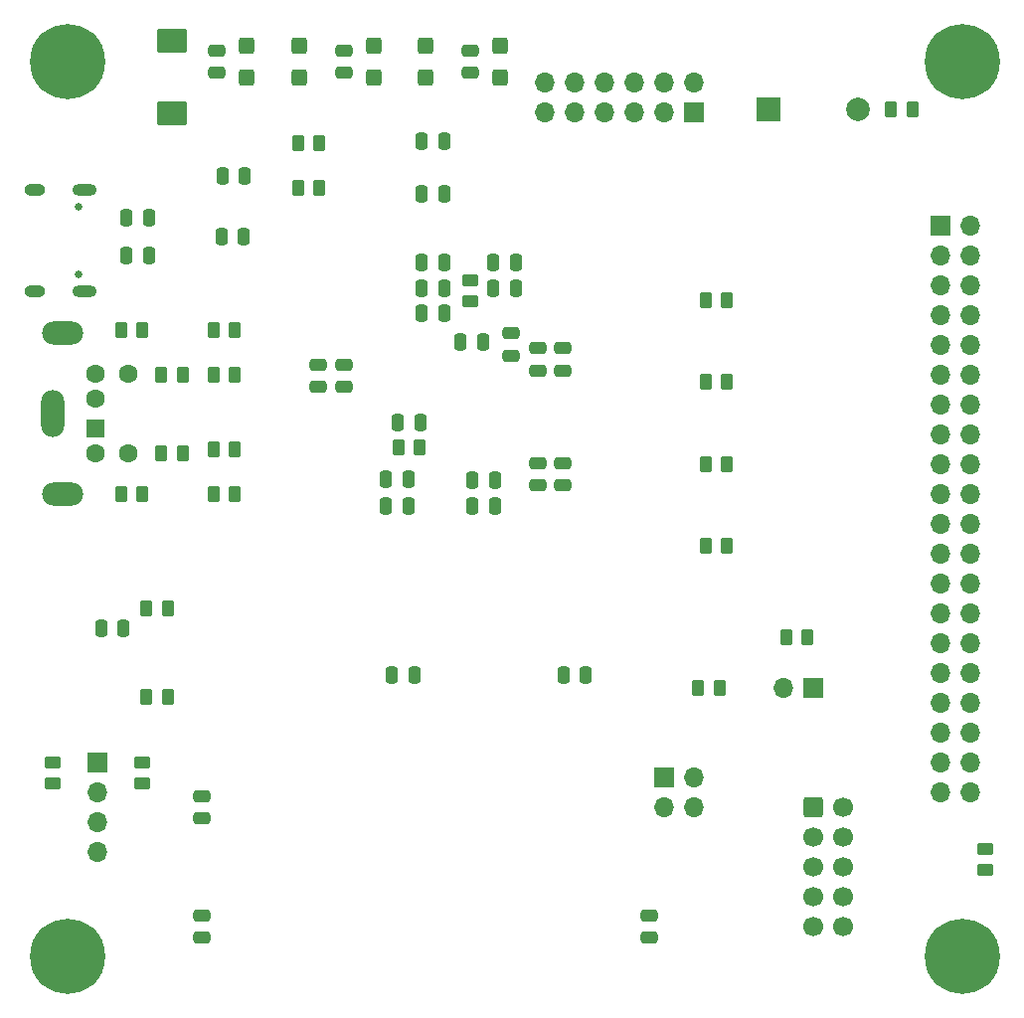
<source format=gbr>
%TF.GenerationSoftware,KiCad,Pcbnew,9.0.2+1*%
%TF.CreationDate,2025-07-26T23:48:39+01:00*%
%TF.ProjectId,ICE40HXDevBoard,49434534-3048-4584-9465-76426f617264,rev?*%
%TF.SameCoordinates,Original*%
%TF.FileFunction,Soldermask,Bot*%
%TF.FilePolarity,Negative*%
%FSLAX46Y46*%
G04 Gerber Fmt 4.6, Leading zero omitted, Abs format (unit mm)*
G04 Created by KiCad (PCBNEW 9.0.2+1) date 2025-07-26 23:48:39*
%MOMM*%
%LPD*%
G01*
G04 APERTURE LIST*
G04 Aperture macros list*
%AMRoundRect*
0 Rectangle with rounded corners*
0 $1 Rounding radius*
0 $2 $3 $4 $5 $6 $7 $8 $9 X,Y pos of 4 corners*
0 Add a 4 corners polygon primitive as box body*
4,1,4,$2,$3,$4,$5,$6,$7,$8,$9,$2,$3,0*
0 Add four circle primitives for the rounded corners*
1,1,$1+$1,$2,$3*
1,1,$1+$1,$4,$5*
1,1,$1+$1,$6,$7*
1,1,$1+$1,$8,$9*
0 Add four rect primitives between the rounded corners*
20,1,$1+$1,$2,$3,$4,$5,0*
20,1,$1+$1,$4,$5,$6,$7,0*
20,1,$1+$1,$6,$7,$8,$9,0*
20,1,$1+$1,$8,$9,$2,$3,0*%
G04 Aperture macros list end*
%ADD10R,2.000000X2.000000*%
%ADD11C,2.000000*%
%ADD12R,1.600000X1.600000*%
%ADD13C,1.600000*%
%ADD14O,3.500000X2.000000*%
%ADD15O,2.000000X4.000000*%
%ADD16R,1.700000X1.700000*%
%ADD17O,1.700000X1.700000*%
%ADD18C,0.650000*%
%ADD19O,2.100000X1.000000*%
%ADD20O,1.800000X1.000000*%
%ADD21RoundRect,0.250000X-0.600000X-0.600000X0.600000X-0.600000X0.600000X0.600000X-0.600000X0.600000X0*%
%ADD22C,1.700000*%
%ADD23C,6.400000*%
%ADD24RoundRect,0.250000X0.475000X-0.250000X0.475000X0.250000X-0.475000X0.250000X-0.475000X-0.250000X0*%
%ADD25RoundRect,0.250000X0.262500X0.450000X-0.262500X0.450000X-0.262500X-0.450000X0.262500X-0.450000X0*%
%ADD26RoundRect,0.250000X-0.262500X-0.450000X0.262500X-0.450000X0.262500X0.450000X-0.262500X0.450000X0*%
%ADD27RoundRect,0.250000X-0.475000X0.250000X-0.475000X-0.250000X0.475000X-0.250000X0.475000X0.250000X0*%
%ADD28RoundRect,0.250000X-0.450000X0.262500X-0.450000X-0.262500X0.450000X-0.262500X0.450000X0.262500X0*%
%ADD29RoundRect,0.250000X-0.250000X-0.475000X0.250000X-0.475000X0.250000X0.475000X-0.250000X0.475000X0*%
%ADD30RoundRect,0.250000X0.250000X0.475000X-0.250000X0.475000X-0.250000X-0.475000X0.250000X-0.475000X0*%
%ADD31RoundRect,0.250000X0.425000X-0.450000X0.425000X0.450000X-0.425000X0.450000X-0.425000X-0.450000X0*%
%ADD32RoundRect,0.250000X1.025000X-0.787500X1.025000X0.787500X-1.025000X0.787500X-1.025000X-0.787500X0*%
%ADD33RoundRect,0.250000X0.450000X-0.262500X0.450000X0.262500X-0.450000X0.262500X-0.450000X-0.262500X0*%
G04 APERTURE END LIST*
D10*
%TO.C,SP1*%
X237510000Y-80264000D03*
D11*
X245110000Y-80264000D03*
%TD*%
D12*
%TO.C,J11*%
X180180000Y-107480000D03*
D13*
X180180000Y-104880000D03*
X180180000Y-109580000D03*
X180180000Y-102780000D03*
X182980000Y-109580000D03*
X182980000Y-102780000D03*
D14*
X177330000Y-99330000D03*
D15*
X176530000Y-106180000D03*
D14*
X177330000Y-113030000D03*
%TD*%
D16*
%TO.C,J6*%
X252095000Y-90170000D03*
D17*
X254635000Y-90170000D03*
X252095000Y-92710000D03*
X254635000Y-92710000D03*
X252095000Y-95250000D03*
X254635000Y-95250000D03*
X252095000Y-97790000D03*
X254635000Y-97790000D03*
X252095000Y-100330000D03*
X254635000Y-100330000D03*
X252095000Y-102870000D03*
X254635000Y-102870000D03*
X252095000Y-105410000D03*
X254635000Y-105410000D03*
X252095000Y-107950000D03*
X254635000Y-107950000D03*
X252095000Y-110490000D03*
X254635000Y-110490000D03*
X252095000Y-113030000D03*
X254635000Y-113030000D03*
X252095000Y-115570000D03*
X254635000Y-115570000D03*
X252095000Y-118110000D03*
X254635000Y-118110000D03*
X252095000Y-120650000D03*
X254635000Y-120650000D03*
X252095000Y-123190000D03*
X254635000Y-123190000D03*
X252095000Y-125730000D03*
X254635000Y-125730000D03*
X252095000Y-128270000D03*
X254635000Y-128270000D03*
X252095000Y-130810000D03*
X254635000Y-130810000D03*
X252095000Y-133350000D03*
X254635000Y-133350000D03*
X252095000Y-135890000D03*
X254635000Y-135890000D03*
X252095000Y-138430000D03*
X254635000Y-138430000D03*
%TD*%
D18*
%TO.C,J8*%
X178694625Y-88550000D03*
X178694625Y-94330000D03*
D19*
X179194625Y-87120000D03*
D20*
X175014625Y-87120000D03*
D19*
X179194625Y-95760000D03*
D20*
X175014625Y-95760000D03*
%TD*%
D16*
%TO.C,J3*%
X241300000Y-129540000D03*
D17*
X238760000Y-129540000D03*
%TD*%
D21*
%TO.C,J12*%
X241300000Y-139700000D03*
D22*
X243840000Y-139700000D03*
X241300000Y-142240000D03*
X243840000Y-142240000D03*
X241300000Y-144780000D03*
X243840000Y-144780000D03*
X241300000Y-147320000D03*
X243840000Y-147320000D03*
X241300000Y-149860000D03*
X243840000Y-149860000D03*
%TD*%
D23*
%TO.C,H4*%
X177800000Y-152400000D03*
%TD*%
D16*
%TO.C,J4*%
X228600000Y-137160000D03*
D17*
X231140000Y-137160000D03*
X228600000Y-139700000D03*
X231140000Y-139700000D03*
%TD*%
D16*
%TO.C,J10*%
X180340000Y-135900000D03*
D17*
X180340000Y-138440000D03*
X180340000Y-140980000D03*
X180340000Y-143520000D03*
%TD*%
D23*
%TO.C,H1*%
X254000000Y-76200000D03*
%TD*%
%TO.C,H3*%
X254000000Y-152400000D03*
%TD*%
D16*
%TO.C,J5*%
X231140000Y-80555000D03*
D17*
X231140000Y-78015000D03*
X228600000Y-80555000D03*
X228600000Y-78015000D03*
X226060000Y-80555000D03*
X226060000Y-78015000D03*
X223520000Y-80555000D03*
X223520000Y-78015000D03*
X220980000Y-80555000D03*
X220980000Y-78015000D03*
X218440000Y-80555000D03*
X218440000Y-78015000D03*
%TD*%
D23*
%TO.C,H2*%
X177800000Y-76200000D03*
%TD*%
D24*
%TO.C,C30*%
X219964000Y-112317250D03*
X219964000Y-110417250D03*
%TD*%
D25*
%TO.C,R24*%
X184150000Y-99060000D03*
X182325000Y-99060000D03*
%TD*%
D26*
%TO.C,R34*%
X185777500Y-109601000D03*
X187602500Y-109601000D03*
%TD*%
%TO.C,R2*%
X205970500Y-109081250D03*
X207795500Y-109081250D03*
%TD*%
D27*
%TO.C,C4*%
X217805000Y-100638250D03*
X217805000Y-102538250D03*
%TD*%
D28*
%TO.C,R8*%
X176530000Y-135866500D03*
X176530000Y-137691500D03*
%TD*%
D29*
%TO.C,C31*%
X220030000Y-128427500D03*
X221930000Y-128427500D03*
%TD*%
D30*
%TO.C,C26*%
X206817000Y-111760000D03*
X204917000Y-111760000D03*
%TD*%
D27*
%TO.C,C29*%
X215519000Y-99368250D03*
X215519000Y-101268250D03*
%TD*%
%TO.C,C34*%
X189230000Y-148910000D03*
X189230000Y-150810000D03*
%TD*%
D30*
%TO.C,C27*%
X209865000Y-97651250D03*
X207965000Y-97651250D03*
%TD*%
D26*
%TO.C,R29*%
X190222500Y-102870000D03*
X192047500Y-102870000D03*
%TD*%
D30*
%TO.C,C28*%
X206817000Y-114034250D03*
X204917000Y-114034250D03*
%TD*%
D25*
%TO.C,R12*%
X233957500Y-117475000D03*
X232132500Y-117475000D03*
%TD*%
D27*
%TO.C,C20*%
X227330000Y-148910000D03*
X227330000Y-150810000D03*
%TD*%
D29*
%TO.C,C15*%
X214061000Y-95492250D03*
X215961000Y-95492250D03*
%TD*%
D26*
%TO.C,R28*%
X190222500Y-99060000D03*
X192047500Y-99060000D03*
%TD*%
D24*
%TO.C,C6*%
X217805000Y-112317250D03*
X217805000Y-110417250D03*
%TD*%
D25*
%TO.C,R16*%
X186332500Y-130302000D03*
X184507500Y-130302000D03*
%TD*%
D31*
%TO.C,C14*%
X203835000Y-77550000D03*
X203835000Y-74850000D03*
%TD*%
D32*
%TO.C,C1*%
X186690000Y-80645000D03*
X186690000Y-74420000D03*
%TD*%
D25*
%TO.C,R23*%
X187602500Y-102870000D03*
X185777500Y-102870000D03*
%TD*%
D29*
%TO.C,C12*%
X214061000Y-93333250D03*
X215961000Y-93333250D03*
%TD*%
D30*
%TO.C,C8*%
X214183000Y-111875250D03*
X212283000Y-111875250D03*
%TD*%
D26*
%TO.C,R32*%
X190222500Y-109220000D03*
X192047500Y-109220000D03*
%TD*%
D30*
%TO.C,C16*%
X213167000Y-100064250D03*
X211267000Y-100064250D03*
%TD*%
D27*
%TO.C,C35*%
X189230000Y-138750000D03*
X189230000Y-140650000D03*
%TD*%
D26*
%TO.C,R31*%
X190222500Y-113030000D03*
X192047500Y-113030000D03*
%TD*%
D30*
%TO.C,C11*%
X209865000Y-93333250D03*
X207965000Y-93333250D03*
%TD*%
D27*
%TO.C,C5*%
X219964000Y-100638250D03*
X219964000Y-102538250D03*
%TD*%
D31*
%TO.C,C21*%
X208255000Y-77550000D03*
X208255000Y-74850000D03*
%TD*%
D30*
%TO.C,C19*%
X192881125Y-85915500D03*
X190981125Y-85915500D03*
%TD*%
D26*
%TO.C,R20*%
X197402125Y-83185000D03*
X199227125Y-83185000D03*
%TD*%
D30*
%TO.C,C33*%
X209865000Y-83015000D03*
X207965000Y-83015000D03*
%TD*%
D33*
%TO.C,R9*%
X212090000Y-96635250D03*
X212090000Y-94810250D03*
%TD*%
D30*
%TO.C,C40*%
X192815125Y-91122500D03*
X190915125Y-91122500D03*
%TD*%
D33*
%TO.C,R35*%
X255905000Y-145057500D03*
X255905000Y-143232500D03*
%TD*%
D26*
%TO.C,R21*%
X197402125Y-86995000D03*
X199227125Y-86995000D03*
%TD*%
D24*
%TO.C,C22*%
X212065000Y-77150000D03*
X212065000Y-75250000D03*
%TD*%
D25*
%TO.C,R1*%
X240815500Y-125222000D03*
X238990500Y-125222000D03*
%TD*%
%TO.C,R30*%
X233957500Y-96520000D03*
X232132500Y-96520000D03*
%TD*%
D24*
%TO.C,C9*%
X199136000Y-103935250D03*
X199136000Y-102035250D03*
%TD*%
D26*
%TO.C,R3*%
X231497500Y-129540000D03*
X233322500Y-129540000D03*
%TD*%
D30*
%TO.C,C38*%
X184719000Y-92710000D03*
X182819000Y-92710000D03*
%TD*%
%TO.C,C17*%
X209865000Y-95492250D03*
X207965000Y-95492250D03*
%TD*%
%TO.C,C18*%
X209865000Y-87503000D03*
X207965000Y-87503000D03*
%TD*%
D26*
%TO.C,R33*%
X182325000Y-113030000D03*
X184150000Y-113030000D03*
%TD*%
D24*
%TO.C,C3*%
X190500000Y-77150000D03*
X190500000Y-75250000D03*
%TD*%
D28*
%TO.C,R13*%
X184150000Y-135866500D03*
X184150000Y-137691500D03*
%TD*%
D25*
%TO.C,R10*%
X233957500Y-103505000D03*
X232132500Y-103505000D03*
%TD*%
D31*
%TO.C,C24*%
X214605000Y-77550000D03*
X214605000Y-74850000D03*
%TD*%
D29*
%TO.C,C23*%
X205933000Y-106922250D03*
X207833000Y-106922250D03*
%TD*%
D24*
%TO.C,C10*%
X201295000Y-77150000D03*
X201295000Y-75250000D03*
%TD*%
D30*
%TO.C,C7*%
X214183000Y-114034250D03*
X212283000Y-114034250D03*
%TD*%
D26*
%TO.C,R15*%
X184507500Y-122809000D03*
X186332500Y-122809000D03*
%TD*%
D31*
%TO.C,C13*%
X193040000Y-77550000D03*
X193040000Y-74850000D03*
%TD*%
D24*
%TO.C,C25*%
X201295000Y-103935250D03*
X201295000Y-102035250D03*
%TD*%
D25*
%TO.C,R11*%
X233957500Y-110490000D03*
X232132500Y-110490000D03*
%TD*%
D29*
%TO.C,C32*%
X205425000Y-128427500D03*
X207325000Y-128427500D03*
%TD*%
D26*
%TO.C,R36*%
X247904000Y-80264000D03*
X249729000Y-80264000D03*
%TD*%
D30*
%TO.C,C39*%
X184719000Y-89535000D03*
X182819000Y-89535000D03*
%TD*%
%TO.C,C36*%
X182560000Y-124460000D03*
X180660000Y-124460000D03*
%TD*%
D31*
%TO.C,C2*%
X197485000Y-77550000D03*
X197485000Y-74850000D03*
%TD*%
M02*

</source>
